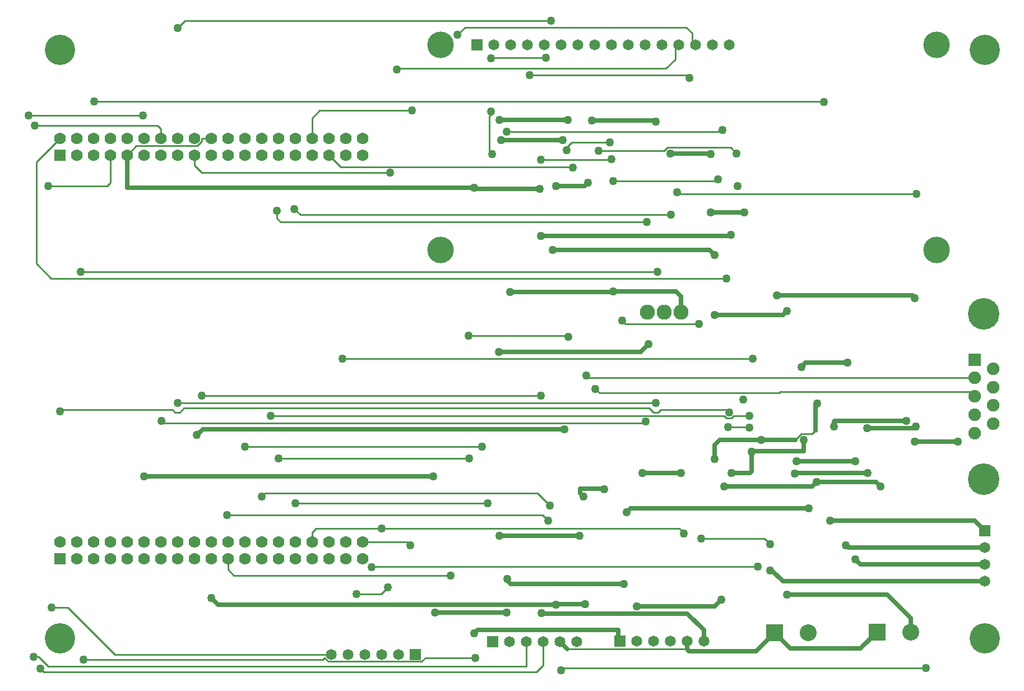
<source format=gbl>
G04*
G04 #@! TF.GenerationSoftware,Altium Limited,Altium Designer,18.1.9 (240)*
G04*
G04 Layer_Physical_Order=2*
G04 Layer_Color=16711680*
%FSLAX25Y25*%
%MOIN*%
G70*
G01*
G75*
%ADD13C,0.01000*%
%ADD26R,0.07500X0.07500*%
%ADD27C,0.07500*%
%ADD31C,0.10000*%
%ADD50C,0.02500*%
%ADD52R,0.06500X0.06500*%
%ADD53C,0.06500*%
%ADD54R,0.10000X0.10000*%
%ADD55R,0.06500X0.06500*%
%ADD56C,0.09000*%
%ADD57C,0.07000*%
%ADD58R,0.07000X0.07000*%
%ADD59C,0.18740*%
%ADD60C,0.05000*%
%ADD61C,0.15748*%
%ADD62C,0.18000*%
D13*
X211000Y66500D02*
X211571Y67071D01*
X326750Y18250D02*
X398000D01*
X70500Y317500D02*
X106864D01*
X65000Y312000D02*
X70500Y317500D01*
X106864D02*
X109500Y320136D01*
X304543Y359500D02*
X398000D01*
X226000Y363500D02*
X385500D01*
X398000Y359500D02*
X399500Y358000D01*
X225500Y363000D02*
X226000Y363500D01*
X422421Y150110D02*
X433890D01*
X434000Y150000D01*
X444142Y84000D02*
X447642Y80500D01*
X406500Y84000D02*
X444142D01*
X323000Y7000D02*
X540000D01*
X323000Y5500D02*
Y7000D01*
X242414Y13000D02*
X272000D01*
X240164Y10750D02*
X242414Y13000D01*
X12500Y13553D02*
X18132Y7920D01*
X9500Y13553D02*
X12500D01*
X472413Y146055D02*
X474500Y148142D01*
X211571Y67071D02*
X440135D01*
X485450Y153550D02*
X485899Y154000D01*
X29947Y43000D02*
X57947Y15000D01*
X20000Y43000D02*
X29947D01*
X20000Y41163D02*
Y43000D01*
X39000Y12000D02*
X181490D01*
X182490Y13000D01*
X354000Y296500D02*
X415500D01*
X156250Y272250D02*
X374000D01*
X424000Y316500D02*
X427500Y313000D01*
X386550Y316500D02*
X424000D01*
X384550Y314500D02*
X386550Y316500D01*
X345559Y314500D02*
X384550D01*
X566181Y171327D02*
X569008Y168500D01*
X453550Y171327D02*
X566181D01*
X452724Y170500D02*
X453550Y171327D01*
X346000Y170500D02*
X452724D01*
X343500Y173000D02*
X346000Y170500D01*
X466157Y146055D02*
X472413D01*
X462657Y142555D02*
X466157Y146055D01*
X415500Y296500D02*
X416500Y297500D01*
X352661Y309161D02*
X353000Y309500D01*
X311161Y309161D02*
X352661D01*
X329500Y319500D02*
X352000D01*
X326500Y316500D02*
X329500Y319500D01*
X326500Y315000D02*
Y316500D01*
X210500Y67000D02*
X211000Y66500D01*
X433000Y150000D02*
X434000D01*
X278500Y105000D02*
X279500Y106000D01*
X396000Y87000D02*
Y87500D01*
X393500Y90000D02*
X396000Y87500D01*
X216500Y90000D02*
X393500D01*
X145000Y109000D02*
X147000Y111000D01*
X309000D02*
X316500Y103500D01*
X147000Y111000D02*
X309000D01*
X165000Y105000D02*
X278500D01*
X155000Y131500D02*
X268500D01*
X37500Y242500D02*
X380500D01*
X392000Y290000D02*
X393000Y289000D01*
X534500D01*
X184740Y10750D02*
X240164D01*
X182490Y13000D02*
X184740Y10750D01*
X437000Y191000D02*
X437500Y190500D01*
X193000Y191000D02*
X437000D01*
X425950Y157000D02*
X433500D01*
X424450Y155500D02*
X425950Y157000D01*
X421550Y155500D02*
X424450D01*
X420050Y157000D02*
X421550Y155500D01*
X150500Y157000D02*
X420050D01*
X375550Y161500D02*
X378050Y159000D01*
X98950Y161500D02*
X375550D01*
X96450Y159000D02*
X98950Y161500D01*
X372500Y152500D02*
X373500Y153500D01*
X87000Y152500D02*
X372500D01*
X85500Y154000D02*
X87000Y152500D01*
X382450Y160500D02*
X421500D01*
X380950Y159000D02*
X382450Y160500D01*
X378050Y159000D02*
X380950D01*
X93550D02*
X96450D01*
X92050Y160500D02*
X93550Y159000D01*
X26000Y160500D02*
X92050D01*
X421500D02*
X423000Y159000D01*
X25000Y159500D02*
X26000Y160500D01*
X276000Y138500D02*
X276500Y139000D01*
X135000Y138500D02*
X276000D01*
X312000Y98000D02*
X315500Y94500D01*
X124500Y98000D02*
X312000D01*
X109500Y320136D02*
Y322000D01*
X115000D01*
X311000Y169000D02*
X312000Y168000D01*
X109500Y169000D02*
X311000D01*
X479500Y343500D02*
X480000Y343000D01*
X479000Y344000D02*
X479500Y343500D01*
X45500Y344000D02*
X479000D01*
X19917Y238500D02*
X421500D01*
X11000Y247417D02*
X19917Y238500D01*
X11000Y247417D02*
Y308000D01*
X25000Y322000D01*
X95000Y387500D02*
X99500Y392000D01*
X317000D01*
X280500Y314114D02*
X282114Y312500D01*
X280500Y314114D02*
Y335121D01*
X281500Y336121D01*
Y338000D01*
Y369500D02*
X282000Y370000D01*
X314000D01*
X154000Y274500D02*
Y279000D01*
Y274500D02*
X156250Y272250D01*
X164500Y280000D02*
X168000Y276500D01*
X388500D01*
X185000Y312000D02*
X192000Y305000D01*
X329500D01*
X330000Y304500D01*
X327000Y204500D02*
X327500Y204000D01*
X268000Y204500D02*
X327000D01*
X105000Y306000D02*
Y312000D01*
Y306000D02*
X109500Y301500D01*
X221500D01*
X385500Y363500D02*
X391000Y369000D01*
Y377000D01*
X125000Y65500D02*
Y72000D01*
Y65500D02*
X128500Y62000D01*
X257500D01*
X261500Y383500D02*
X266000Y388000D01*
X397500D01*
X401000Y384500D01*
Y377000D02*
Y384500D01*
X359500Y213500D02*
X361500Y211500D01*
X405000D01*
X290740Y326000D02*
X418260D01*
X419000Y326740D01*
X338000Y181000D02*
X339595Y179405D01*
X569008D01*
X95000Y164500D02*
X379500D01*
X6500Y335500D02*
X74500D01*
X13500Y6500D02*
X15500Y4500D01*
X308500D01*
X312500Y8500D01*
Y22500D01*
X85000Y322000D02*
Y327500D01*
X83000Y329500D02*
X85000Y327500D01*
X10000Y329500D02*
X83000D01*
X18132Y7920D02*
X302420D01*
X302500Y8000D01*
Y22500D01*
X175000Y322000D02*
Y334000D01*
X179500Y338500D01*
X234500D01*
X231500Y82000D02*
X233475Y80025D01*
X205000Y82000D02*
X231500D01*
X205000D02*
X206975Y80025D01*
X175000Y82000D02*
Y87500D01*
X177500Y90000D01*
X216500D01*
X216000Y51000D02*
X220000Y55000D01*
X201500Y51000D02*
X216000D01*
X55000Y295500D02*
Y312000D01*
X53000Y293500D02*
X55000Y295500D01*
X18000Y293500D02*
X53000D01*
X57947Y15000D02*
X186500D01*
X234025Y17475D02*
X236500Y15000D01*
D26*
X569008Y190311D02*
D03*
D27*
Y146689D02*
D03*
X580189Y152142D02*
D03*
X569008Y157595D02*
D03*
X580189Y163047D02*
D03*
X569008Y168500D02*
D03*
X580189Y173953D02*
D03*
X569008Y179405D02*
D03*
X580189Y184858D02*
D03*
D31*
X531000Y28283D02*
D03*
X470000Y28000D02*
D03*
D50*
X463000Y130000D02*
X498000D01*
X483000Y94500D02*
X569000D01*
X398250Y39250D02*
X408000Y29500D01*
X311750Y39250D02*
X398250D01*
X311500Y39500D02*
X311750Y39250D01*
X368000Y43500D02*
X414500D01*
X334500Y111000D02*
X336500Y109000D01*
X334500Y111000D02*
Y113500D01*
X248000Y40000D02*
X265500D01*
X75000Y121000D02*
X247000D01*
X336000Y109000D02*
X336500D01*
X357000Y24000D02*
Y29500D01*
X273500D02*
X357000D01*
X271500Y27500D02*
X273500Y29500D01*
X357000Y24000D02*
X358000Y23000D01*
X468500Y188500D02*
X493500D01*
X466000Y186000D02*
X468500Y188500D01*
X398000Y18250D02*
X399250Y17000D01*
X439000D01*
X398000Y18250D02*
Y23000D01*
X266000Y40000D02*
X290740D01*
X517000Y50500D02*
X531000Y36500D01*
X457500Y50500D02*
X517000D01*
X475169Y164169D02*
X475500D01*
X472500Y115000D02*
X475000Y117500D01*
X420000Y115000D02*
X472500D01*
X474500Y163500D02*
X475169Y164169D01*
X474500Y148142D02*
Y163500D01*
X448500Y65000D02*
X455000Y58500D01*
X447642Y65000D02*
X448500D01*
X414500Y139500D02*
X417555Y142555D01*
X414500Y131161D02*
Y139500D01*
X485899Y154000D02*
X528500D01*
X485450Y150500D02*
Y153550D01*
X423500Y264000D02*
X424000Y264500D01*
X311000Y264000D02*
X423500D01*
X378949Y332500D02*
X379449Y332000D01*
X341500Y332500D02*
X378949D01*
X337000Y293500D02*
X339000Y295500D01*
X320000Y293500D02*
X337000D01*
X411370Y255630D02*
X414500Y252500D01*
X318177Y255630D02*
X411370D01*
X412000Y278000D02*
X432000D01*
X533000Y149500D02*
X534000Y150500D01*
X505000Y149500D02*
X533000D01*
X532000Y228500D02*
X533500Y227000D01*
X451500Y228500D02*
X532000D01*
X455161Y217000D02*
X457500Y219339D01*
X414500Y217000D02*
X455161D01*
X510500Y117500D02*
X513000Y115000D01*
X475000Y117500D02*
X510500D01*
X462000Y122500D02*
X462500Y123000D01*
X505500D01*
X442000Y142555D02*
X462657D01*
X417555D02*
X442000D01*
X411500Y313000D02*
X412000Y312500D01*
X388000Y313000D02*
X411500D01*
X271500Y292500D02*
X272000Y292000D01*
X310500D01*
X320000Y44500D02*
X320500Y45000D01*
X337500D01*
X348500Y113500D02*
X348677Y113323D01*
X334500Y113500D02*
X348500D01*
X436500Y124000D02*
Y135500D01*
X435500Y123000D02*
X436500Y124000D01*
X424500Y123000D02*
X435500D01*
X436500Y135500D02*
X437000Y136000D01*
X467500D01*
X467606Y136106D01*
Y142555D01*
X290500Y59500D02*
X293000Y57000D01*
X360500D01*
X362000Y99500D02*
X364500Y102000D01*
X361500Y99000D02*
X362000Y99500D01*
X364500Y102000D02*
X470500D01*
X414500Y43500D02*
X418500Y47500D01*
X322500Y22500D02*
X326750Y18250D01*
X115000Y48500D02*
X119000Y44500D01*
X320000D01*
X439000Y17000D02*
X450000Y28000D01*
X459500Y18500D01*
X501217D01*
X511000Y28283D01*
X533500Y141500D02*
X559000D01*
X287500Y321000D02*
X324000D01*
X327000Y333000D02*
X327500Y333500D01*
X286500Y333000D02*
X327000D01*
X65000Y292500D02*
X271500D01*
X65000D02*
Y312000D01*
X370500Y195000D02*
X375000Y199500D01*
X286000Y195000D02*
X370500D01*
X106500Y145500D02*
X110000Y149000D01*
X325000D01*
X371500Y123000D02*
X394500D01*
Y218500D02*
Y228000D01*
X391500Y231000D02*
X394500Y228000D01*
X354000Y231000D02*
X391500D01*
X353500Y230500D02*
X354000Y231000D01*
X292929Y230500D02*
X353500D01*
X494000Y78500D02*
X575000D01*
X492500Y80000D02*
X494000Y78500D01*
X569000Y94500D02*
X575000Y88500D01*
X498000Y71500D02*
X501000Y68500D01*
X575000D01*
X455000Y58500D02*
X575000D01*
X531000Y28283D02*
Y36500D01*
X408000Y23000D02*
Y29500D01*
X286500Y85500D02*
X334000D01*
X322500Y21000D02*
Y22500D01*
D52*
X358000Y23000D02*
D03*
X273000Y377500D02*
D03*
X282500Y22500D02*
D03*
X236500Y15000D02*
D03*
D53*
X368000Y23000D02*
D03*
X378000D02*
D03*
X388000D02*
D03*
X398000D02*
D03*
X408000D02*
D03*
X283000Y377500D02*
D03*
X293000D02*
D03*
X303000D02*
D03*
X313000D02*
D03*
X323000D02*
D03*
X333000D02*
D03*
X343000D02*
D03*
X353000D02*
D03*
X363000D02*
D03*
X373000D02*
D03*
X383000D02*
D03*
X393000D02*
D03*
X403000D02*
D03*
X413000D02*
D03*
X423000D02*
D03*
X575000Y78500D02*
D03*
Y68500D02*
D03*
Y58500D02*
D03*
X332500Y22500D02*
D03*
X322500D02*
D03*
X312500D02*
D03*
X302500D02*
D03*
X292500D02*
D03*
X186500Y15000D02*
D03*
X196500D02*
D03*
X206500D02*
D03*
X216500D02*
D03*
X226500D02*
D03*
D54*
X511000Y28283D02*
D03*
X450000Y28000D02*
D03*
D55*
X575000Y88500D02*
D03*
D56*
X394500Y218500D02*
D03*
X384500D02*
D03*
X374500D02*
D03*
D57*
X205000Y322000D02*
D03*
Y312000D02*
D03*
X195000Y322000D02*
D03*
Y312000D02*
D03*
X185000Y322000D02*
D03*
Y312000D02*
D03*
X175000Y322000D02*
D03*
Y312000D02*
D03*
X165000Y322000D02*
D03*
Y312000D02*
D03*
X155000Y322000D02*
D03*
Y312000D02*
D03*
X145000Y322000D02*
D03*
Y312000D02*
D03*
X135000Y322000D02*
D03*
Y312000D02*
D03*
X125000Y322000D02*
D03*
Y312000D02*
D03*
X115000Y322000D02*
D03*
Y312000D02*
D03*
X105000Y322000D02*
D03*
Y312000D02*
D03*
X95000Y322000D02*
D03*
Y312000D02*
D03*
X85000Y322000D02*
D03*
Y312000D02*
D03*
X75000Y322000D02*
D03*
Y312000D02*
D03*
X65000Y322000D02*
D03*
Y312000D02*
D03*
X55000Y322000D02*
D03*
Y312000D02*
D03*
X45000Y322000D02*
D03*
Y312000D02*
D03*
X35000Y322000D02*
D03*
Y312000D02*
D03*
X25000Y322000D02*
D03*
X205000Y82000D02*
D03*
Y72000D02*
D03*
X195000Y82000D02*
D03*
Y72000D02*
D03*
X185000Y82000D02*
D03*
Y72000D02*
D03*
X175000Y82000D02*
D03*
Y72000D02*
D03*
X165000Y82000D02*
D03*
Y72000D02*
D03*
X155000Y82000D02*
D03*
Y72000D02*
D03*
X145000Y82000D02*
D03*
Y72000D02*
D03*
X135000Y82000D02*
D03*
Y72000D02*
D03*
X125000Y82000D02*
D03*
Y72000D02*
D03*
X115000Y82000D02*
D03*
Y72000D02*
D03*
X105000Y82000D02*
D03*
Y72000D02*
D03*
X95000Y82000D02*
D03*
Y72000D02*
D03*
X85000Y82000D02*
D03*
Y72000D02*
D03*
X75000Y82000D02*
D03*
Y72000D02*
D03*
X65000Y82000D02*
D03*
Y72000D02*
D03*
X55000Y82000D02*
D03*
Y72000D02*
D03*
X45000Y82000D02*
D03*
Y72000D02*
D03*
X35000Y82000D02*
D03*
Y72000D02*
D03*
X25000Y82000D02*
D03*
D58*
Y312000D02*
D03*
Y72000D02*
D03*
D59*
X574598Y217693D02*
D03*
Y119307D02*
D03*
D60*
X498000Y130000D02*
D03*
X483000Y94500D02*
D03*
X368000Y43500D02*
D03*
X435000Y150000D02*
D03*
X248000Y40000D02*
D03*
X247000Y121000D02*
D03*
X75000D02*
D03*
X304543Y359500D02*
D03*
X422421Y150110D02*
D03*
X406500Y84000D02*
D03*
X336500Y109000D02*
D03*
X493500Y188500D02*
D03*
X311500Y39500D02*
D03*
X290740Y40000D02*
D03*
X271500Y27500D02*
D03*
X540000Y7000D02*
D03*
X457500Y50500D02*
D03*
X272000Y13000D02*
D03*
X323000Y5500D02*
D03*
X475500Y164169D02*
D03*
X420000Y115000D02*
D03*
X9500Y13553D02*
D03*
X440135Y67071D02*
D03*
X447642Y65000D02*
D03*
X414500Y131161D02*
D03*
X485450Y150500D02*
D03*
X20000Y43000D02*
D03*
X39000Y12000D02*
D03*
X354000Y296500D02*
D03*
X374000Y272250D02*
D03*
X311000Y264000D02*
D03*
X424000Y264500D02*
D03*
X427500Y313000D02*
D03*
X428000Y293500D02*
D03*
X345559Y314500D02*
D03*
X341500Y332500D02*
D03*
X339000Y295500D02*
D03*
X320000Y293500D02*
D03*
X379449Y332000D02*
D03*
X318177Y255630D02*
D03*
X414500Y252500D02*
D03*
X432000Y278000D02*
D03*
X412000D02*
D03*
X435000Y157000D02*
D03*
X534000Y150500D02*
D03*
X533500Y227000D02*
D03*
X451500Y228500D02*
D03*
X505000Y149500D02*
D03*
X457500Y219339D02*
D03*
X414500Y217000D02*
D03*
X466000Y186000D02*
D03*
X513000Y115000D02*
D03*
X475000Y117500D02*
D03*
X505500Y123000D02*
D03*
X462000Y122500D02*
D03*
X447642Y80500D02*
D03*
X431500Y166500D02*
D03*
X442000Y142555D02*
D03*
X528500Y154000D02*
D03*
X412000Y312500D02*
D03*
X388000Y313000D02*
D03*
X416500Y297500D02*
D03*
X310500Y292000D02*
D03*
X311161Y309161D02*
D03*
X353000Y309500D02*
D03*
X352000Y319500D02*
D03*
X326500Y315000D02*
D03*
X337500Y45000D02*
D03*
X348677Y113323D02*
D03*
X424500Y123000D02*
D03*
X436500Y135500D02*
D03*
X467606Y142555D02*
D03*
X291000Y60000D02*
D03*
X360500Y57000D02*
D03*
X362000Y99500D02*
D03*
X470500Y102000D02*
D03*
X418500Y47500D02*
D03*
X396000Y87000D02*
D03*
X115000Y48500D02*
D03*
X320000Y44500D02*
D03*
X533500Y141500D02*
D03*
X559000D02*
D03*
X210500Y67000D02*
D03*
X279500Y105000D02*
D03*
X165000D02*
D03*
X268500Y131500D02*
D03*
X155000D02*
D03*
X380500Y242500D02*
D03*
X37500D02*
D03*
X392000Y290000D02*
D03*
X534500Y289000D02*
D03*
X437000Y191000D02*
D03*
X193000D02*
D03*
X150500Y157000D02*
D03*
X316500Y103500D02*
D03*
X145000Y109000D02*
D03*
X276000Y138500D02*
D03*
X135000D02*
D03*
X315500Y94500D02*
D03*
X124500Y98000D02*
D03*
X287500Y321000D02*
D03*
X324000D02*
D03*
X327000Y333000D02*
D03*
X286500D02*
D03*
X271500Y292500D02*
D03*
X311000Y169000D02*
D03*
X109500D02*
D03*
X479500Y343500D02*
D03*
X45500Y344000D02*
D03*
X423000Y159000D02*
D03*
X25000Y159500D02*
D03*
X421500Y238500D02*
D03*
X399500Y358000D02*
D03*
X95000Y387500D02*
D03*
X317000Y392000D02*
D03*
X375000Y199500D02*
D03*
X286000Y195000D02*
D03*
X281500Y338000D02*
D03*
X282114Y312500D02*
D03*
X281500Y369500D02*
D03*
X314000Y370000D02*
D03*
X106500Y145500D02*
D03*
X325000Y149000D02*
D03*
X371500Y123000D02*
D03*
X394500D02*
D03*
X354000Y231000D02*
D03*
X292929Y230500D02*
D03*
X154000Y279000D02*
D03*
X164500Y280000D02*
D03*
X388500Y276500D02*
D03*
X330000Y304500D02*
D03*
X327500Y204000D02*
D03*
X268000Y204500D02*
D03*
X221500Y301500D02*
D03*
X225500Y363000D02*
D03*
X257500Y62000D02*
D03*
X261500Y383500D02*
D03*
X359500Y213500D02*
D03*
X405000Y211500D02*
D03*
X290740Y326000D02*
D03*
X419000Y326740D02*
D03*
X338000Y181000D02*
D03*
X343500Y173000D02*
D03*
X492500Y80000D02*
D03*
X463000Y130000D02*
D03*
X498000Y71500D02*
D03*
X95000Y164500D02*
D03*
X379500D02*
D03*
X85500Y154000D02*
D03*
X373500Y153500D02*
D03*
X74500Y335500D02*
D03*
X6500D02*
D03*
X13500Y6500D02*
D03*
X10000Y329500D02*
D03*
X334000Y85500D02*
D03*
X286500D02*
D03*
X234500Y338500D02*
D03*
X233475Y80025D02*
D03*
X216500Y90000D02*
D03*
X220000Y55000D02*
D03*
X201500Y51000D02*
D03*
X18000Y293500D02*
D03*
D61*
X546622Y377500D02*
D03*
Y255453D02*
D03*
X251346D02*
D03*
Y377500D02*
D03*
D62*
X575000Y374500D02*
D03*
Y24500D02*
D03*
X25000Y374500D02*
D03*
Y24500D02*
D03*
M02*

</source>
